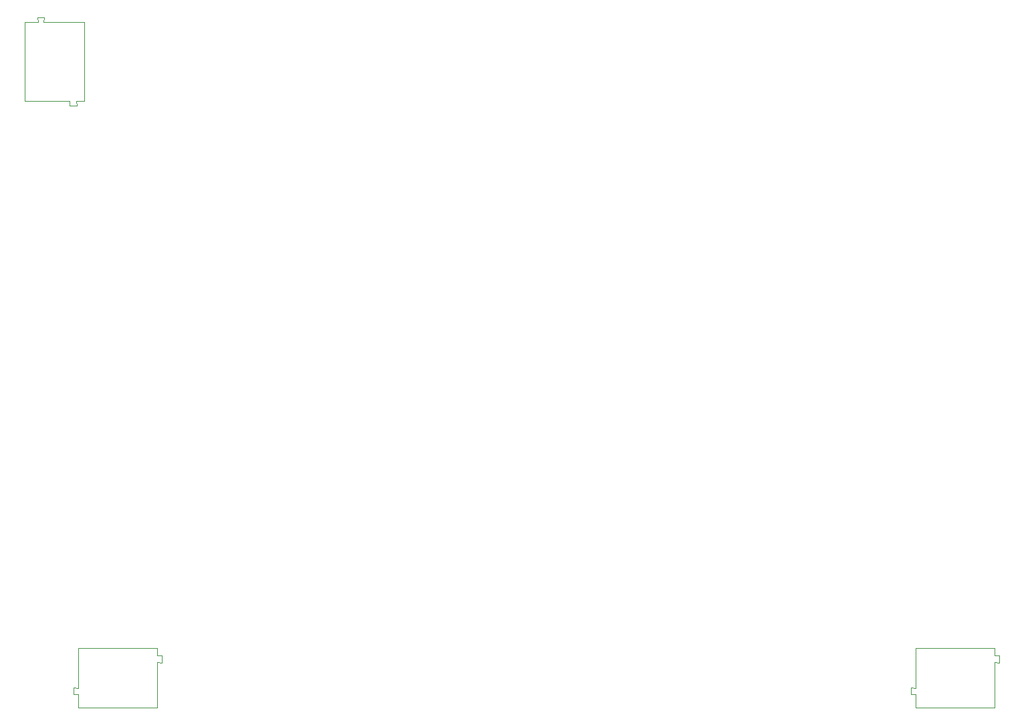
<source format=gbr>
%TF.GenerationSoftware,Altium Limited,Altium Designer,24.3.1 (35)*%
G04 Layer_Color=32768*
%FSLAX45Y45*%
%MOMM*%
%TF.SameCoordinates,844131A9-2E1B-4A61-BE1F-69DE975881E6*%
%TF.FilePolarity,Positive*%
%TF.FileFunction,Other,Top_Component_Outline*%
%TF.Part,Single*%
G01*
G75*
%TA.AperFunction,NonConductor*%
%ADD96C,0.10000*%
D96*
X324991Y7999981D02*
X324993Y8999987D01*
X487493Y9059987D02*
X572493D01*
X564993Y8999987D02*
X572493Y9059987D01*
X487493D02*
X494993Y8999987D01*
X324993D02*
X494993D01*
X1074991Y7999981D02*
Y8999987D01*
X564993D02*
X1074991D01*
X889991Y7939981D02*
X984991D01*
X979991Y7999981D02*
X984991Y7939981D01*
X889991D02*
X894991Y7999981D01*
X979991D02*
X1074991D01*
X324991D02*
X894991D01*
X12600019Y324991D02*
Y894991D01*
Y979991D02*
Y1074991D01*
Y894991D02*
X12660019Y889991D01*
X12600019Y979991D02*
X12660019Y984991D01*
Y889991D02*
Y984991D01*
X11600013Y564993D02*
Y1074991D01*
X12600019D01*
X11600013Y324993D02*
Y494993D01*
X11540013Y487493D02*
X11600013Y494993D01*
X11540013Y572493D02*
X11600013Y564993D01*
X11540013Y487493D02*
Y572493D01*
X11600013Y324993D02*
X12600019Y324991D01*
X2000019D02*
Y894991D01*
Y979991D02*
Y1074991D01*
Y894991D02*
X2060019Y889991D01*
X2000019Y979991D02*
X2060019Y984991D01*
Y889991D02*
Y984991D01*
X1000013Y564993D02*
Y1074991D01*
X2000019D01*
X1000013Y324993D02*
Y494993D01*
X940013Y487493D02*
X1000013Y494993D01*
X940013Y572493D02*
X1000013Y564993D01*
X940013Y487493D02*
Y572493D01*
X1000013Y324993D02*
X2000019Y324991D01*
%TF.MD5,9f5a5143207b8ac291c21ab957c1aeeb*%
M02*

</source>
